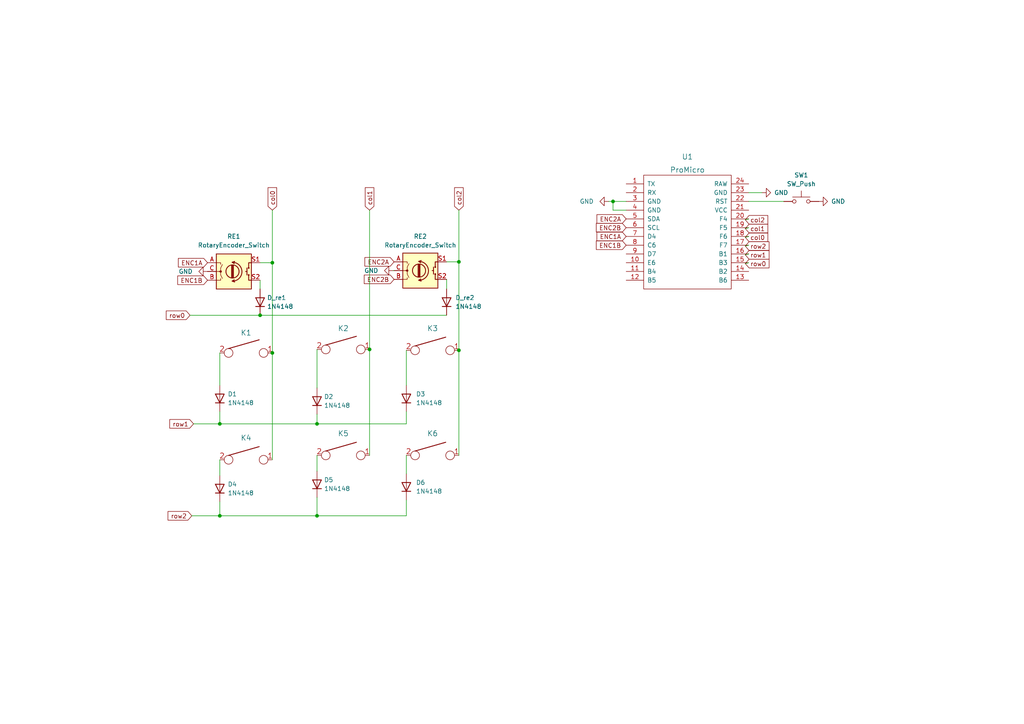
<source format=kicad_sch>
(kicad_sch (version 20211123) (generator eeschema)
  (paper "A4")
  (lib_symbols
    (symbol "Device:RotaryEncoder_Switch" (pin_names (offset 0.254) hide)
      (property "Reference" "SW" (at 0 6.604 0))
      (property "Value" "RotaryEncoder_Switch" (at 0 -6.604 0))
      (symbol "RotaryEncoder_Switch_0_1"
        (rectangle (start -5.08 5.08) (end 5.08 -5.08) (stroke (width 0.254)) (fill (type background)))
        (circle (center -3.81 0) (radius 0.254) (fill (type outline)))
        (arc (start -0.381 -2.794) (mid 2.3622 -0.0508) (end -0.381 2.667) (stroke (width 0.254)))
        (circle (center -0.381 0) (radius 1.905) (stroke (width 0.254)))
        (polyline (pts (xy -0.635 -1.778) (xy -0.635 1.778)) (stroke (width 0.254)))
        (polyline (pts (xy -0.381 -1.778) (xy -0.381 1.778)) (stroke (width 0.254)))
        (polyline (pts (xy -0.127 1.778) (xy -0.127 -1.778)) (stroke (width 0.254)))
        (polyline (pts (xy 3.81 0) (xy 3.429 0)) (stroke (width 0.254)))
        (polyline (pts (xy 3.81 1.016) (xy 3.81 -1.016)) (stroke (width 0.254)))
        (polyline (pts (xy -5.08 -2.54) (xy -3.81 -2.54) (xy -3.81 -2.032)))
        (polyline (pts (xy -5.08 2.54) (xy -3.81 2.54) (xy -3.81 2.032)))
        (polyline (pts (xy 0.254 -3.048) (xy -0.508 -2.794) (xy 0.127 -2.413)) (stroke (width 0.254)))
        (polyline (pts (xy 0.254 2.921) (xy -0.508 2.667) (xy 0.127 2.286)) (stroke (width 0.254)))
        (polyline (pts (xy 5.08 -2.54) (xy 4.318 -2.54) (xy 4.318 -1.016)) (stroke (width 0.254)))
        (polyline (pts (xy 5.08 2.54) (xy 4.318 2.54) (xy 4.318 1.016)) (stroke (width 0.254)))
        (polyline (pts (xy -5.08 0) (xy -3.81 0) (xy -3.81 -1.016) (xy -3.302 -2.032)))
        (polyline (pts (xy -4.318 0) (xy -3.81 0) (xy -3.81 1.016) (xy -3.302 2.032)))
        (circle (center 4.318 -1.016) (radius 0.127) (stroke (width 0.254)))
        (circle (center 4.318 1.016) (radius 0.127) (stroke (width 0.254)))
      )
      (symbol "RotaryEncoder_Switch_1_1"
        (pin passive line (at -7.62 2.54 0) (length 2.54) (name "A") (number "A"))
        (pin passive line (at -7.62 -2.54 0) (length 2.54) (name "B") (number "B"))
        (pin passive line (at -7.62 0 0) (length 2.54) (name "C") (number "C"))
        (pin passive line (at 7.62 2.54 180) (length 2.54) (name "S1") (number "S1"))
        (pin passive line (at 7.62 -2.54 180) (length 2.54) (name "S2") (number "S2"))
      )
    )
    (symbol "Diode:1N4148" (pin_numbers hide) (pin_names hide)
      (property "Reference" "D" (at 0 2.54 0))
      (property "Value" "1N4148" (at 0 -2.54 0))
      (symbol "1N4148_0_1"
        (polyline (pts (xy -1.27 1.27) (xy -1.27 -1.27)) (stroke (width 0.254)))
        (polyline (pts (xy 1.27 0) (xy -1.27 0)))
        (polyline (pts (xy 1.27 1.27) (xy 1.27 -1.27) (xy -1.27 0) (xy 1.27 1.27)) (stroke (width 0.254)))
      )
      (symbol "1N4148_1_1"
        (pin passive line (at -3.81 0 0) (length 2.54) (name "K") (number "1"))
        (pin passive line (at 3.81 0 180) (length 2.54) (name "A") (number "2"))
      )
    )
    (symbol "Switch:SW_Push" (pin_numbers hide) (pin_names (offset 1.016) hide)
      (property "Reference" "SW" (at 1.27 2.54 0))
      (property "Value" "SW_Push" (at 0 -1.524 0))
      (symbol "SW_Push_0_1"
        (circle (center -2.032 0) (radius 0.508))
        (polyline (pts (xy 0 1.27) (xy 0 3.048)))
        (polyline (pts (xy 2.54 1.27) (xy -2.54 1.27)))
        (circle (center 2.032 0) (radius 0.508))
        (pin passive line (at -5.08 0 0) (length 2.54) (name "1") (number "1"))
        (pin passive line (at 5.08 0 180) (length 2.54) (name "2") (number "2"))
      )
    )
    (symbol "keyboard_parts:KEYSW" (pin_names (offset 1.016))
      (property "Reference" "K?" (at -1.27 0 0))
      (symbol "KEYSW_0_1"
        (circle (center -5.08 0) (radius 1.27))
        (polyline (pts (xy -5.08 1.27) (xy 3.81 3.81)) (stroke (width 0.254)))
        (circle (center 5.08 0) (radius 1.27))
      )
      (symbol "KEYSW_1_1"
        (pin passive line (at 7.62 0 180) (length 1.27) (name "~") (number "1"))
        (pin passive line (at -7.62 0 0) (length 1.27) (name "~") (number "2"))
      )
    )
    (symbol "power:GND" (power) (pin_names (offset 0))
      (property "Value" "GND" (at 0 -3.81 0))
      (symbol "GND_0_1"
        (polyline (pts (xy 0 0) (xy 0 -1.27) (xy 1.27 -1.27) (xy 0 -2.54) (xy -1.27 -1.27) (xy 0 -1.27)))
      )
      (symbol "GND_1_1"
        (pin power_in line (at 0 0 270) (length 0) hide (name "GND") (number "1"))
      )
    )
    (symbol "promicro:ProMicro" (pin_names (offset 1.016))
      (property "Reference" "U" (at 0 24.13 0))
      (property "Value" "ProMicro" (at 0 -13.97 0))
      (symbol "ProMicro_0_1"
        (rectangle (start -12.7 21.59) (end 12.7 -11.43))
      )
      (symbol "ProMicro_1_1"
        (pin bidirectional line (at -17.78 19.05 0) (length 5.08) (name "TX") (number "1"))
        (pin bidirectional line (at -17.78 -3.81 0) (length 5.08) (name "E6") (number "10"))
        (pin bidirectional line (at -17.78 -6.35 0) (length 5.08) (name "B4") (number "11"))
        (pin bidirectional line (at -17.78 -8.89 0) (length 5.08) (name "B5") (number "12"))
        (pin bidirectional line (at 17.78 -8.89 180) (length 5.08) (name "B6") (number "13"))
        (pin bidirectional line (at 17.78 -6.35 180) (length 5.08) (name "B2") (number "14"))
        (pin bidirectional line (at 17.78 -3.81 180) (length 5.08) (name "B3") (number "15"))
        (pin bidirectional line (at 17.78 -1.27 180) (length 5.08) (name "B1") (number "16"))
        (pin bidirectional line (at 17.78 1.27 180) (length 5.08) (name "F7") (number "17"))
        (pin bidirectional line (at 17.78 3.81 180) (length 5.08) (name "F6") (number "18"))
        (pin bidirectional line (at 17.78 6.35 180) (length 5.08) (name "F5") (number "19"))
        (pin bidirectional line (at -17.78 16.51 0) (length 5.08) (name "RX") (number "2"))
        (pin bidirectional line (at 17.78 8.89 180) (length 5.08) (name "F4") (number "20"))
        (pin power_in line (at 17.78 11.43 180) (length 5.08) (name "VCC") (number "21"))
        (pin input line (at 17.78 13.97 180) (length 5.08) (name "RST") (number "22"))
        (pin power_in line (at 17.78 16.51 180) (length 5.08) (name "GND") (number "23"))
        (pin power_out line (at 17.78 19.05 180) (length 5.08) (name "RAW") (number "24"))
        (pin power_in line (at -17.78 13.97 0) (length 5.08) (name "GND") (number "3"))
        (pin power_in line (at -17.78 11.43 0) (length 5.08) (name "GND") (number "4"))
        (pin bidirectional line (at -17.78 8.89 0) (length 5.08) (name "SDA") (number "5"))
        (pin bidirectional line (at -17.78 6.35 0) (length 5.08) (name "SCL") (number "6"))
        (pin bidirectional line (at -17.78 3.81 0) (length 5.08) (name "D4") (number "7"))
        (pin bidirectional line (at -17.78 1.27 0) (length 5.08) (name "C6") (number "8"))
        (pin bidirectional line (at -17.78 -1.27 0) (length 5.08) (name "D7") (number "9"))
      )
    )
  )
  (junction (at 78.994 76.2))
  (junction (at 91.948 149.606))
  (junction (at 63.754 122.936))
  (junction (at 177.8 58.42))
  (junction (at 133.096 75.946))
  (junction (at 63.754 149.606))
  (junction (at 91.948 122.936))
  (junction (at 133.096 101.6))
  (junction (at 107.188 101.346))
  (junction (at 75.438 91.44))
  (junction (at 78.994 102.362))
  (wire (pts (xy 63.754 145.542) (xy 63.754 149.606)))
  (wire (pts (xy 91.948 132.08) (xy 91.948 136.652)))
  (wire (pts (xy 177.8 60.96) (xy 181.61 60.96)))
  (wire (pts (xy 176.53 58.42) (xy 177.8 58.42)))
  (wire (pts (xy 63.754 119.38) (xy 63.754 122.936)))
  (wire (pts (xy 55.118 91.44) (xy 75.438 91.44)))
  (wire (pts (xy 217.17 73.66) (xy 216.154 73.914)))
  (wire (pts (xy 107.188 101.346) (xy 107.188 132.08)))
  (wire (pts (xy 117.856 149.606) (xy 117.856 145.034)))
  (wire (pts (xy 177.8 58.42) (xy 181.61 58.42)))
  (wire (pts (xy 129.54 75.946) (xy 133.096 75.946)))
  (wire (pts (xy 91.948 120.142) (xy 91.948 122.936)))
  (wire (pts (xy 133.096 60.96) (xy 133.096 75.946)))
  (wire (pts (xy 117.856 122.936) (xy 117.856 119.38)))
  (wire (pts (xy 91.948 149.606) (xy 117.856 149.606)))
  (wire (pts (xy 63.754 133.35) (xy 63.754 137.922)))
  (wire (pts (xy 91.948 101.346) (xy 91.948 112.522)))
  (wire (pts (xy 78.994 76.2) (xy 78.994 102.362)))
  (wire (pts (xy 177.8 60.96) (xy 177.8 58.42)))
  (wire (pts (xy 217.17 71.12) (xy 216.154 71.374)))
  (wire (pts (xy 56.134 122.936) (xy 63.754 122.936)))
  (wire (pts (xy 129.54 81.026) (xy 129.54 83.82)))
  (wire (pts (xy 217.17 58.42) (xy 227.33 58.42)))
  (wire (pts (xy 217.17 76.2) (xy 216.154 76.454)))
  (wire (pts (xy 91.948 144.272) (xy 91.948 149.606)))
  (wire (pts (xy 114.3 78.486) (xy 114.046 78.486)))
  (wire (pts (xy 63.754 149.606) (xy 91.948 149.606)))
  (wire (pts (xy 75.438 76.2) (xy 78.994 76.2)))
  (wire (pts (xy 78.994 102.362) (xy 78.994 133.35)))
  (wire (pts (xy 107.188 60.96) (xy 107.188 101.346)))
  (wire (pts (xy 117.856 111.76) (xy 117.856 101.6)))
  (wire (pts (xy 217.17 63.5) (xy 216.154 63.754)))
  (wire (pts (xy 217.17 66.04) (xy 216.154 66.294)))
  (wire (pts (xy 78.994 60.96) (xy 78.994 76.2)))
  (wire (pts (xy 63.754 102.362) (xy 63.754 111.76)))
  (wire (pts (xy 133.096 101.6) (xy 133.096 132.08)))
  (wire (pts (xy 75.438 81.28) (xy 75.438 83.82)))
  (wire (pts (xy 55.626 149.606) (xy 63.754 149.606)))
  (wire (pts (xy 133.096 75.946) (xy 133.096 101.6)))
  (wire (pts (xy 75.438 91.44) (xy 129.54 91.44)))
  (wire (pts (xy 217.17 68.58) (xy 216.154 68.834)))
  (wire (pts (xy 63.754 122.936) (xy 91.948 122.936)))
  (wire (pts (xy 220.98 55.88) (xy 217.17 55.88)))
  (wire (pts (xy 117.856 132.08) (xy 117.856 137.414)))
  (wire (pts (xy 91.948 122.936) (xy 117.856 122.936)))
  (global_label "ENC2A" (shape input) (at 114.3 75.946 180) (property "Intersheet References" "${INTERSHEET_REFS}" (effects hide)))
  (global_label "row0" (shape input) (at 216.154 76.454 0) (property "Intersheet References" "${INTERSHEET_REFS}" (effects hide)))
  (global_label "ENC1A" (shape input) (at 60.198 76.2 180) (property "Intersheet References" "${INTERSHEET_REFS}" (effects hide)))
  (global_label "row1" (shape input) (at 56.134 122.936 180) (property "Intersheet References" "${INTERSHEET_REFS}" (effects hide)))
  (global_label "row2" (shape input) (at 216.154 71.374 0) (property "Intersheet References" "${INTERSHEET_REFS}" (effects hide)))
  (global_label "row0" (shape input) (at 55.118 91.44 180) (property "Intersheet References" "${INTERSHEET_REFS}" (effects hide)))
  (global_label "col2" (shape input) (at 133.096 60.96 90) (property "Intersheet References" "${INTERSHEET_REFS}" (effects hide)))
  (global_label "col1" (shape input) (at 107.188 60.96 90) (property "Intersheet References" "${INTERSHEET_REFS}" (effects hide)))
  (global_label "ENC1A" (shape input) (at 181.61 68.58 180) (property "Intersheet References" "${INTERSHEET_REFS}" (effects hide)))
  (global_label "ENC1B" (shape input) (at 60.198 81.28 180) (property "Intersheet References" "${INTERSHEET_REFS}" (effects hide)))
  (global_label "row1" (shape input) (at 216.154 73.914 0) (property "Intersheet References" "${INTERSHEET_REFS}" (effects hide)))
  (global_label "ENC2A" (shape input) (at 181.61 63.5 180) (property "Intersheet References" "${INTERSHEET_REFS}" (effects hide)))
  (global_label "col2" (shape input) (at 216.154 63.754 0) (property "Intersheet References" "${INTERSHEET_REFS}" (effects hide)))
  (global_label "ENC1B" (shape input) (at 181.61 71.12 180) (property "Intersheet References" "${INTERSHEET_REFS}" (effects hide)))
  (global_label "row2" (shape input) (at 55.626 149.606 180) (property "Intersheet References" "${INTERSHEET_REFS}" (effects hide)))
  (global_label "ENC2B" (shape input) (at 114.3 81.026 180) (property "Intersheet References" "${INTERSHEET_REFS}" (effects hide)))
  (global_label "col1" (shape input) (at 216.154 66.294 0) (property "Intersheet References" "${INTERSHEET_REFS}" (effects hide)))
  (global_label "col0" (shape input) (at 78.994 60.96 90) (property "Intersheet References" "${INTERSHEET_REFS}" (effects hide)))
  (global_label "ENC2B" (shape input) (at 181.61 66.04 180) (property "Intersheet References" "${INTERSHEET_REFS}" (effects hide)))
  (global_label "col0" (shape input) (at 216.154 68.834 0) (property "Intersheet References" "${INTERSHEET_REFS}" (effects hide)))
  (symbol (lib_id "Device:RotaryEncoder_Switch") (at 67.818 78.74 0) (unit 1)
    (property "Reference" "RE1" (at 67.818 68.58 0))
    (property "Value" "RotaryEncoder_Switch" (at 67.818 71.12 0))
    (property "Footprint" "Rotary_Encoder:RotaryEncoder_Alps_EC11E-Switch_Vertical_H20mm" (effects hide))
  )
  (symbol (lib_id "keyboard_parts:KEYSW") (at 71.374 133.35 0) (unit 1)
    (property "Reference" "K4" (at 71.374 127 0) (effects (font (size 1.524 1.524))))
    (property "Value" "KEYSW" (effects hide))
    (property "Footprint" "Switch_Keyboard_Cherry_MX:SW_Cherry_MX_PCB_1.00u" (effects hide))
  )
  (symbol (lib_id "promicro:ProMicro") (at 199.39 72.39 0) (unit 1)
    (property "Reference" "U1" (at 199.39 45.466 0) (effects (font (size 1.524 1.524))))
    (property "Value" "ProMicro" (at 199.39 49.276 0) (effects (font (size 1.524 1.524))))
    (property "Footprint" "Arduino:Sparkfun_Pro_Micro" (effects hide))
  )
  (symbol (lib_id "Diode:1N4148") (at 117.856 115.57 90) (unit 1)
    (property "Reference" "D3" (at 120.65 114.2999 90) (effects (justify right)))
    (property "Value" "1N4148" (at 120.65 116.8399 90) (effects (justify right)))
    (property "Footprint" "Diode_THT:D_DO-35_SOD27_P7.62mm_Horizontal" (effects hide))
    (property "Datasheet" "https://assets.nexperia.com/documents/data-sheet/1N4148_1N4448.pdf" (effects hide))
  )
  (symbol (lib_id "Diode:1N4148") (at 91.948 116.332 90) (unit 1)
    (property "Reference" "D2" (at 93.98 115.0619 90) (effects (justify right)))
    (property "Value" "1N4148" (at 93.98 117.6019 90) (effects (justify right)))
    (property "Footprint" "Diode_THT:D_DO-35_SOD27_P7.62mm_Horizontal" (effects hide))
    (property "Datasheet" "https://assets.nexperia.com/documents/data-sheet/1N4148_1N4448.pdf" (effects hide))
  )
  (symbol (lib_id "Diode:1N4148") (at 117.856 141.224 90) (unit 1)
    (property "Reference" "D6" (at 120.65 139.9539 90) (effects (justify right)))
    (property "Value" "1N4148" (at 120.65 142.4939 90) (effects (justify right)))
    (property "Footprint" "Diode_THT:D_DO-35_SOD27_P7.62mm_Horizontal" (effects hide))
    (property "Datasheet" "https://assets.nexperia.com/documents/data-sheet/1N4148_1N4448.pdf" (effects hide))
  )
  (symbol (lib_id "Diode:1N4148") (at 91.948 140.462 90) (unit 1)
    (property "Reference" "D5" (at 93.98 139.1919 90) (effects (justify right)))
    (property "Value" "1N4148" (at 93.98 141.7319 90) (effects (justify right)))
    (property "Footprint" "Diode_THT:D_DO-35_SOD27_P7.62mm_Horizontal" (effects hide))
    (property "Datasheet" "https://assets.nexperia.com/documents/data-sheet/1N4148_1N4448.pdf" (effects hide))
  )
  (symbol (lib_id "keyboard_parts:KEYSW") (at 99.568 132.08 0) (unit 1)
    (property "Reference" "K5" (at 99.568 125.73 0) (effects (font (size 1.524 1.524))))
    (property "Value" "KEYSW" (effects hide))
    (property "Footprint" "Switch_Keyboard_Cherry_MX:SW_Cherry_MX_PCB_1.00u" (effects hide))
  )
  (symbol (lib_id "keyboard_parts:KEYSW") (at 71.374 102.362 0) (unit 1)
    (property "Reference" "K1" (at 71.374 96.52 0) (effects (font (size 1.524 1.524))))
    (property "Value" "KEYSW" (effects hide))
    (property "Footprint" "Switch_Keyboard_Cherry_MX:SW_Cherry_MX_PCB_1.00u" (effects hide))
  )
  (symbol (lib_id "keyboard_parts:KEYSW") (at 125.476 101.6 0) (unit 1)
    (property "Reference" "K3" (at 125.476 95.25 0) (effects (font (size 1.524 1.524))))
    (property "Value" "KEYSW" (effects hide))
    (property "Footprint" "Switch_Keyboard_Cherry_MX:SW_Cherry_MX_PCB_1.00u" (effects hide))
  )
  (symbol (lib_id "Diode:1N4148") (at 75.438 87.63 90) (unit 1)
    (property "Reference" "D_re1" (at 77.47 86.3599 90) (effects (justify right)))
    (property "Value" "1N4148" (at 77.47 88.8999 90) (effects (justify right)))
    (property "Footprint" "Diode_THT:D_DO-35_SOD27_P7.62mm_Horizontal" (effects hide))
    (property "Datasheet" "https://assets.nexperia.com/documents/data-sheet/1N4148_1N4448.pdf" (effects hide))
  )
  (symbol (lib_id "power:GND") (at 60.198 78.74 270) (unit 1)
    (property "Reference" "#PWR04" (effects hide))
    (property "Value" "GND" (at 55.88 78.7399 90) (effects (justify right)))
  )
  (symbol (lib_id "power:GND") (at 237.49 58.42 90) (unit 1)
    (property "Reference" "#PWR0101" (effects hide))
    (property "Value" "GND" (at 241.046 58.4199 90) (effects (justify right)))
  )
  (symbol (lib_id "keyboard_parts:KEYSW") (at 99.568 101.346 0) (unit 1)
    (property "Reference" "K2" (at 99.568 95.25 0) (effects (font (size 1.524 1.524))))
    (property "Value" "KEYSW" (effects hide))
    (property "Footprint" "Switch_Keyboard_Cherry_MX:SW_Cherry_MX_PCB_1.00u" (effects hide))
  )
  (symbol (lib_id "Device:RotaryEncoder_Switch") (at 121.92 78.486 0) (unit 1)
    (property "Reference" "RE2" (at 121.92 68.58 0))
    (property "Value" "RotaryEncoder_Switch" (at 121.92 71.12 0))
    (property "Footprint" "Rotary_Encoder:RotaryEncoder_Alps_EC11E-Switch_Vertical_H20mm" (effects hide))
  )
  (symbol (lib_id "power:GND") (at 220.98 55.88 90) (unit 1)
    (property "Reference" "#PWR01" (effects hide))
    (property "Value" "GND" (at 224.536 55.8799 90) (effects (justify right)))
  )
  (symbol (lib_id "Diode:1N4148") (at 63.754 141.732 90) (unit 1)
    (property "Reference" "D4" (at 66.04 140.4619 90) (effects (justify right)))
    (property "Value" "1N4148" (at 66.04 143.0019 90) (effects (justify right)))
    (property "Footprint" "Diode_THT:D_DO-35_SOD27_P7.62mm_Horizontal" (effects hide))
    (property "Datasheet" "https://assets.nexperia.com/documents/data-sheet/1N4148_1N4448.pdf" (effects hide))
  )
  (symbol (lib_id "keyboard_parts:KEYSW") (at 125.476 132.08 0) (unit 1)
    (property "Reference" "K6" (at 125.476 125.73 0) (effects (font (size 1.524 1.524))))
    (property "Value" "KEYSW" (effects hide))
    (property "Footprint" "Switch_Keyboard_Cherry_MX:SW_Cherry_MX_PCB_1.00u" (effects hide))
  )
  (symbol (lib_id "power:GND") (at 114.046 78.486 270) (unit 1)
    (property "Reference" "#PWR03" (effects hide))
    (property "Value" "GND" (at 109.728 78.4859 90) (effects (justify right)))
  )
  (symbol (lib_id "Switch:SW_Push") (at 232.41 58.42 0) (unit 1)
    (property "Reference" "SW1" (at 232.41 50.8 0))
    (property "Value" "SW_Push" (at 232.41 53.34 0))
    (property "Footprint" "Button_Switch_SMD:SW_SPST_CK_RS282G05A3" (effects hide))
  )
  (symbol (lib_id "power:GND") (at 176.53 58.42 270) (unit 1)
    (property "Reference" "#PWR02" (effects hide))
    (property "Value" "GND" (at 172.212 58.4199 90) (effects (justify right)))
  )
  (symbol (lib_id "Diode:1N4148") (at 129.54 87.63 90) (unit 1)
    (property "Reference" "D_re2" (at 132.08 86.3599 90) (effects (justify right)))
    (property "Value" "1N4148" (at 132.08 88.8999 90) (effects (justify right)))
    (property "Footprint" "Diode_THT:D_DO-35_SOD27_P7.62mm_Horizontal" (effects hide))
    (property "Datasheet" "https://assets.nexperia.com/documents/data-sheet/1N4148_1N4448.pdf" (effects hide))
  )
  (symbol (lib_id "Diode:1N4148") (at 63.754 115.57 90) (unit 1)
    (property "Reference" "D1" (at 66.04 114.2999 90) (effects (justify right)))
    (property "Value" "1N4148" (at 66.04 116.8399 90) (effects (justify right)))
    (property "Footprint" "Diode_THT:D_DO-35_SOD27_P7.62mm_Horizontal" (effects hide))
    (property "Datasheet" "https://assets.nexperia.com/documents/data-sheet/1N4148_1N4448.pdf" (effects hide))
  )
)
</source>
